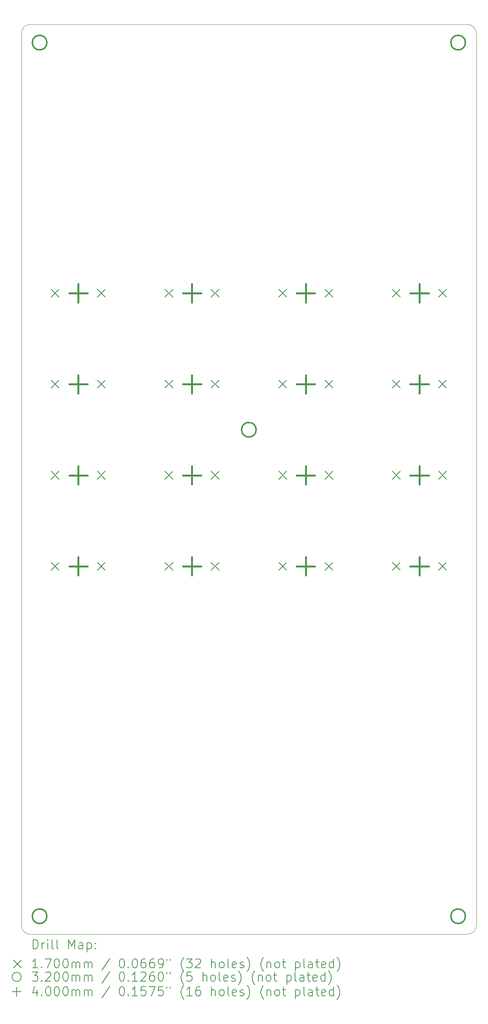
<source format=gbr>
%TF.GenerationSoftware,KiCad,Pcbnew,7.0.10*%
%TF.CreationDate,2024-11-07T19:02:35+09:00*%
%TF.ProjectId,Flight_Master,466c6967-6874-45f4-9d61-737465722e6b,rev?*%
%TF.SameCoordinates,Original*%
%TF.FileFunction,Drillmap*%
%TF.FilePolarity,Positive*%
%FSLAX45Y45*%
G04 Gerber Fmt 4.5, Leading zero omitted, Abs format (unit mm)*
G04 Created by KiCad (PCBNEW 7.0.10) date 2024-11-07 19:02:35*
%MOMM*%
%LPD*%
G01*
G04 APERTURE LIST*
%ADD10C,0.100000*%
%ADD11C,0.200000*%
%ADD12C,0.170000*%
%ADD13C,0.320000*%
%ADD14C,0.400000*%
G04 APERTURE END LIST*
D10*
X3900000Y21350000D02*
X13500000Y21350000D01*
X3900000Y21350000D02*
G75*
G03*
X3700000Y21150000I0J-200000D01*
G01*
X3700000Y1550000D02*
X3700000Y21150000D01*
X13700000Y21150000D02*
X13700000Y1550000D01*
X13500000Y1350000D02*
X3900000Y1350000D01*
X13500000Y1350000D02*
G75*
G03*
X13700000Y1550000I0J200000D01*
G01*
X13700000Y21150000D02*
G75*
G03*
X13500000Y21350000I-200000J0D01*
G01*
X3700000Y1550000D02*
G75*
G03*
X3900000Y1350000I200000J0D01*
G01*
D11*
D12*
X4357000Y15527000D02*
X4527000Y15357000D01*
X4527000Y15527000D02*
X4357000Y15357000D01*
X4357000Y13527000D02*
X4527000Y13357000D01*
X4527000Y13527000D02*
X4357000Y13357000D01*
X4357000Y11527000D02*
X4527000Y11357000D01*
X4527000Y11527000D02*
X4357000Y11357000D01*
X4357000Y9527000D02*
X4527000Y9357000D01*
X4527000Y9527000D02*
X4357000Y9357000D01*
X5373000Y15527000D02*
X5543000Y15357000D01*
X5543000Y15527000D02*
X5373000Y15357000D01*
X5373000Y13527000D02*
X5543000Y13357000D01*
X5543000Y13527000D02*
X5373000Y13357000D01*
X5373000Y11527000D02*
X5543000Y11357000D01*
X5543000Y11527000D02*
X5373000Y11357000D01*
X5373000Y9527000D02*
X5543000Y9357000D01*
X5543000Y9527000D02*
X5373000Y9357000D01*
X6857000Y15527000D02*
X7027000Y15357000D01*
X7027000Y15527000D02*
X6857000Y15357000D01*
X6857000Y13527000D02*
X7027000Y13357000D01*
X7027000Y13527000D02*
X6857000Y13357000D01*
X6857000Y11527000D02*
X7027000Y11357000D01*
X7027000Y11527000D02*
X6857000Y11357000D01*
X6857000Y9527000D02*
X7027000Y9357000D01*
X7027000Y9527000D02*
X6857000Y9357000D01*
X7873000Y15527000D02*
X8043000Y15357000D01*
X8043000Y15527000D02*
X7873000Y15357000D01*
X7873000Y13527000D02*
X8043000Y13357000D01*
X8043000Y13527000D02*
X7873000Y13357000D01*
X7873000Y11527000D02*
X8043000Y11357000D01*
X8043000Y11527000D02*
X7873000Y11357000D01*
X7873000Y9527000D02*
X8043000Y9357000D01*
X8043000Y9527000D02*
X7873000Y9357000D01*
X9357000Y15527000D02*
X9527000Y15357000D01*
X9527000Y15527000D02*
X9357000Y15357000D01*
X9357000Y13527000D02*
X9527000Y13357000D01*
X9527000Y13527000D02*
X9357000Y13357000D01*
X9357000Y11527000D02*
X9527000Y11357000D01*
X9527000Y11527000D02*
X9357000Y11357000D01*
X9357000Y9527000D02*
X9527000Y9357000D01*
X9527000Y9527000D02*
X9357000Y9357000D01*
X10373000Y15527000D02*
X10543000Y15357000D01*
X10543000Y15527000D02*
X10373000Y15357000D01*
X10373000Y13527000D02*
X10543000Y13357000D01*
X10543000Y13527000D02*
X10373000Y13357000D01*
X10373000Y11527000D02*
X10543000Y11357000D01*
X10543000Y11527000D02*
X10373000Y11357000D01*
X10373000Y9527000D02*
X10543000Y9357000D01*
X10543000Y9527000D02*
X10373000Y9357000D01*
X11857000Y15527000D02*
X12027000Y15357000D01*
X12027000Y15527000D02*
X11857000Y15357000D01*
X11857000Y13527000D02*
X12027000Y13357000D01*
X12027000Y13527000D02*
X11857000Y13357000D01*
X11857000Y11527000D02*
X12027000Y11357000D01*
X12027000Y11527000D02*
X11857000Y11357000D01*
X11857000Y9527000D02*
X12027000Y9357000D01*
X12027000Y9527000D02*
X11857000Y9357000D01*
X12873000Y15527000D02*
X13043000Y15357000D01*
X13043000Y15527000D02*
X12873000Y15357000D01*
X12873000Y13527000D02*
X13043000Y13357000D01*
X13043000Y13527000D02*
X12873000Y13357000D01*
X12873000Y11527000D02*
X13043000Y11357000D01*
X13043000Y11527000D02*
X12873000Y11357000D01*
X12873000Y9527000D02*
X13043000Y9357000D01*
X13043000Y9527000D02*
X12873000Y9357000D01*
D13*
X4260000Y20949559D02*
G75*
G03*
X3940000Y20949559I-160000J0D01*
G01*
X3940000Y20949559D02*
G75*
G03*
X4260000Y20949559I160000J0D01*
G01*
X4260000Y1750000D02*
G75*
G03*
X3940000Y1750000I-160000J0D01*
G01*
X3940000Y1750000D02*
G75*
G03*
X4260000Y1750000I160000J0D01*
G01*
X8860000Y12442000D02*
G75*
G03*
X8540000Y12442000I-160000J0D01*
G01*
X8540000Y12442000D02*
G75*
G03*
X8860000Y12442000I160000J0D01*
G01*
X13460000Y20949559D02*
G75*
G03*
X13140000Y20949559I-160000J0D01*
G01*
X13140000Y20949559D02*
G75*
G03*
X13460000Y20949559I160000J0D01*
G01*
X13460000Y1750000D02*
G75*
G03*
X13140000Y1750000I-160000J0D01*
G01*
X13140000Y1750000D02*
G75*
G03*
X13460000Y1750000I160000J0D01*
G01*
D14*
X4950000Y15642000D02*
X4950000Y15242000D01*
X4750000Y15442000D02*
X5150000Y15442000D01*
X4950000Y13642000D02*
X4950000Y13242000D01*
X4750000Y13442000D02*
X5150000Y13442000D01*
X4950000Y11642000D02*
X4950000Y11242000D01*
X4750000Y11442000D02*
X5150000Y11442000D01*
X4950000Y9642000D02*
X4950000Y9242000D01*
X4750000Y9442000D02*
X5150000Y9442000D01*
X7450000Y15642000D02*
X7450000Y15242000D01*
X7250000Y15442000D02*
X7650000Y15442000D01*
X7450000Y13642000D02*
X7450000Y13242000D01*
X7250000Y13442000D02*
X7650000Y13442000D01*
X7450000Y11642000D02*
X7450000Y11242000D01*
X7250000Y11442000D02*
X7650000Y11442000D01*
X7450000Y9642000D02*
X7450000Y9242000D01*
X7250000Y9442000D02*
X7650000Y9442000D01*
X9950000Y15642000D02*
X9950000Y15242000D01*
X9750000Y15442000D02*
X10150000Y15442000D01*
X9950000Y13642000D02*
X9950000Y13242000D01*
X9750000Y13442000D02*
X10150000Y13442000D01*
X9950000Y11642000D02*
X9950000Y11242000D01*
X9750000Y11442000D02*
X10150000Y11442000D01*
X9950000Y9642000D02*
X9950000Y9242000D01*
X9750000Y9442000D02*
X10150000Y9442000D01*
X12450000Y15642000D02*
X12450000Y15242000D01*
X12250000Y15442000D02*
X12650000Y15442000D01*
X12450000Y13642000D02*
X12450000Y13242000D01*
X12250000Y13442000D02*
X12650000Y13442000D01*
X12450000Y11642000D02*
X12450000Y11242000D01*
X12250000Y11442000D02*
X12650000Y11442000D01*
X12450000Y9642000D02*
X12450000Y9242000D01*
X12250000Y9442000D02*
X12650000Y9442000D01*
D11*
X3955777Y1033516D02*
X3955777Y1233516D01*
X3955777Y1233516D02*
X4003396Y1233516D01*
X4003396Y1233516D02*
X4031967Y1223992D01*
X4031967Y1223992D02*
X4051015Y1204945D01*
X4051015Y1204945D02*
X4060539Y1185897D01*
X4060539Y1185897D02*
X4070062Y1147802D01*
X4070062Y1147802D02*
X4070062Y1119230D01*
X4070062Y1119230D02*
X4060539Y1081135D01*
X4060539Y1081135D02*
X4051015Y1062088D01*
X4051015Y1062088D02*
X4031967Y1043040D01*
X4031967Y1043040D02*
X4003396Y1033516D01*
X4003396Y1033516D02*
X3955777Y1033516D01*
X4155777Y1033516D02*
X4155777Y1166850D01*
X4155777Y1128754D02*
X4165301Y1147802D01*
X4165301Y1147802D02*
X4174824Y1157326D01*
X4174824Y1157326D02*
X4193872Y1166850D01*
X4193872Y1166850D02*
X4212920Y1166850D01*
X4279586Y1033516D02*
X4279586Y1166850D01*
X4279586Y1233516D02*
X4270063Y1223992D01*
X4270063Y1223992D02*
X4279586Y1214469D01*
X4279586Y1214469D02*
X4289110Y1223992D01*
X4289110Y1223992D02*
X4279586Y1233516D01*
X4279586Y1233516D02*
X4279586Y1214469D01*
X4403396Y1033516D02*
X4384348Y1043040D01*
X4384348Y1043040D02*
X4374824Y1062088D01*
X4374824Y1062088D02*
X4374824Y1233516D01*
X4508158Y1033516D02*
X4489110Y1043040D01*
X4489110Y1043040D02*
X4479586Y1062088D01*
X4479586Y1062088D02*
X4479586Y1233516D01*
X4736729Y1033516D02*
X4736729Y1233516D01*
X4736729Y1233516D02*
X4803396Y1090659D01*
X4803396Y1090659D02*
X4870063Y1233516D01*
X4870063Y1233516D02*
X4870063Y1033516D01*
X5051015Y1033516D02*
X5051015Y1138278D01*
X5051015Y1138278D02*
X5041491Y1157326D01*
X5041491Y1157326D02*
X5022444Y1166850D01*
X5022444Y1166850D02*
X4984348Y1166850D01*
X4984348Y1166850D02*
X4965301Y1157326D01*
X5051015Y1043040D02*
X5031967Y1033516D01*
X5031967Y1033516D02*
X4984348Y1033516D01*
X4984348Y1033516D02*
X4965301Y1043040D01*
X4965301Y1043040D02*
X4955777Y1062088D01*
X4955777Y1062088D02*
X4955777Y1081135D01*
X4955777Y1081135D02*
X4965301Y1100183D01*
X4965301Y1100183D02*
X4984348Y1109707D01*
X4984348Y1109707D02*
X5031967Y1109707D01*
X5031967Y1109707D02*
X5051015Y1119230D01*
X5146253Y1166850D02*
X5146253Y966849D01*
X5146253Y1157326D02*
X5165301Y1166850D01*
X5165301Y1166850D02*
X5203396Y1166850D01*
X5203396Y1166850D02*
X5222444Y1157326D01*
X5222444Y1157326D02*
X5231967Y1147802D01*
X5231967Y1147802D02*
X5241491Y1128754D01*
X5241491Y1128754D02*
X5241491Y1071611D01*
X5241491Y1071611D02*
X5231967Y1052564D01*
X5231967Y1052564D02*
X5222444Y1043040D01*
X5222444Y1043040D02*
X5203396Y1033516D01*
X5203396Y1033516D02*
X5165301Y1033516D01*
X5165301Y1033516D02*
X5146253Y1043040D01*
X5327205Y1052564D02*
X5336729Y1043040D01*
X5336729Y1043040D02*
X5327205Y1033516D01*
X5327205Y1033516D02*
X5317682Y1043040D01*
X5317682Y1043040D02*
X5327205Y1052564D01*
X5327205Y1052564D02*
X5327205Y1033516D01*
X5327205Y1157326D02*
X5336729Y1147802D01*
X5336729Y1147802D02*
X5327205Y1138278D01*
X5327205Y1138278D02*
X5317682Y1147802D01*
X5317682Y1147802D02*
X5327205Y1157326D01*
X5327205Y1157326D02*
X5327205Y1138278D01*
D12*
X3525000Y790000D02*
X3695000Y620000D01*
X3695000Y790000D02*
X3525000Y620000D01*
D11*
X4060539Y613516D02*
X3946253Y613516D01*
X4003396Y613516D02*
X4003396Y813516D01*
X4003396Y813516D02*
X3984348Y784945D01*
X3984348Y784945D02*
X3965301Y765897D01*
X3965301Y765897D02*
X3946253Y756373D01*
X4146253Y632564D02*
X4155777Y623040D01*
X4155777Y623040D02*
X4146253Y613516D01*
X4146253Y613516D02*
X4136729Y623040D01*
X4136729Y623040D02*
X4146253Y632564D01*
X4146253Y632564D02*
X4146253Y613516D01*
X4222444Y813516D02*
X4355777Y813516D01*
X4355777Y813516D02*
X4270063Y613516D01*
X4470063Y813516D02*
X4489110Y813516D01*
X4489110Y813516D02*
X4508158Y803992D01*
X4508158Y803992D02*
X4517682Y794468D01*
X4517682Y794468D02*
X4527205Y775421D01*
X4527205Y775421D02*
X4536729Y737326D01*
X4536729Y737326D02*
X4536729Y689707D01*
X4536729Y689707D02*
X4527205Y651611D01*
X4527205Y651611D02*
X4517682Y632564D01*
X4517682Y632564D02*
X4508158Y623040D01*
X4508158Y623040D02*
X4489110Y613516D01*
X4489110Y613516D02*
X4470063Y613516D01*
X4470063Y613516D02*
X4451015Y623040D01*
X4451015Y623040D02*
X4441491Y632564D01*
X4441491Y632564D02*
X4431967Y651611D01*
X4431967Y651611D02*
X4422444Y689707D01*
X4422444Y689707D02*
X4422444Y737326D01*
X4422444Y737326D02*
X4431967Y775421D01*
X4431967Y775421D02*
X4441491Y794468D01*
X4441491Y794468D02*
X4451015Y803992D01*
X4451015Y803992D02*
X4470063Y813516D01*
X4660539Y813516D02*
X4679586Y813516D01*
X4679586Y813516D02*
X4698634Y803992D01*
X4698634Y803992D02*
X4708158Y794468D01*
X4708158Y794468D02*
X4717682Y775421D01*
X4717682Y775421D02*
X4727205Y737326D01*
X4727205Y737326D02*
X4727205Y689707D01*
X4727205Y689707D02*
X4717682Y651611D01*
X4717682Y651611D02*
X4708158Y632564D01*
X4708158Y632564D02*
X4698634Y623040D01*
X4698634Y623040D02*
X4679586Y613516D01*
X4679586Y613516D02*
X4660539Y613516D01*
X4660539Y613516D02*
X4641491Y623040D01*
X4641491Y623040D02*
X4631967Y632564D01*
X4631967Y632564D02*
X4622444Y651611D01*
X4622444Y651611D02*
X4612920Y689707D01*
X4612920Y689707D02*
X4612920Y737326D01*
X4612920Y737326D02*
X4622444Y775421D01*
X4622444Y775421D02*
X4631967Y794468D01*
X4631967Y794468D02*
X4641491Y803992D01*
X4641491Y803992D02*
X4660539Y813516D01*
X4812920Y613516D02*
X4812920Y746849D01*
X4812920Y727802D02*
X4822444Y737326D01*
X4822444Y737326D02*
X4841491Y746849D01*
X4841491Y746849D02*
X4870063Y746849D01*
X4870063Y746849D02*
X4889110Y737326D01*
X4889110Y737326D02*
X4898634Y718278D01*
X4898634Y718278D02*
X4898634Y613516D01*
X4898634Y718278D02*
X4908158Y737326D01*
X4908158Y737326D02*
X4927205Y746849D01*
X4927205Y746849D02*
X4955777Y746849D01*
X4955777Y746849D02*
X4974825Y737326D01*
X4974825Y737326D02*
X4984348Y718278D01*
X4984348Y718278D02*
X4984348Y613516D01*
X5079586Y613516D02*
X5079586Y746849D01*
X5079586Y727802D02*
X5089110Y737326D01*
X5089110Y737326D02*
X5108158Y746849D01*
X5108158Y746849D02*
X5136729Y746849D01*
X5136729Y746849D02*
X5155777Y737326D01*
X5155777Y737326D02*
X5165301Y718278D01*
X5165301Y718278D02*
X5165301Y613516D01*
X5165301Y718278D02*
X5174825Y737326D01*
X5174825Y737326D02*
X5193872Y746849D01*
X5193872Y746849D02*
X5222444Y746849D01*
X5222444Y746849D02*
X5241491Y737326D01*
X5241491Y737326D02*
X5251015Y718278D01*
X5251015Y718278D02*
X5251015Y613516D01*
X5641491Y823040D02*
X5470063Y565897D01*
X5898634Y813516D02*
X5917682Y813516D01*
X5917682Y813516D02*
X5936729Y803992D01*
X5936729Y803992D02*
X5946253Y794468D01*
X5946253Y794468D02*
X5955777Y775421D01*
X5955777Y775421D02*
X5965301Y737326D01*
X5965301Y737326D02*
X5965301Y689707D01*
X5965301Y689707D02*
X5955777Y651611D01*
X5955777Y651611D02*
X5946253Y632564D01*
X5946253Y632564D02*
X5936729Y623040D01*
X5936729Y623040D02*
X5917682Y613516D01*
X5917682Y613516D02*
X5898634Y613516D01*
X5898634Y613516D02*
X5879586Y623040D01*
X5879586Y623040D02*
X5870063Y632564D01*
X5870063Y632564D02*
X5860539Y651611D01*
X5860539Y651611D02*
X5851015Y689707D01*
X5851015Y689707D02*
X5851015Y737326D01*
X5851015Y737326D02*
X5860539Y775421D01*
X5860539Y775421D02*
X5870063Y794468D01*
X5870063Y794468D02*
X5879586Y803992D01*
X5879586Y803992D02*
X5898634Y813516D01*
X6051015Y632564D02*
X6060539Y623040D01*
X6060539Y623040D02*
X6051015Y613516D01*
X6051015Y613516D02*
X6041491Y623040D01*
X6041491Y623040D02*
X6051015Y632564D01*
X6051015Y632564D02*
X6051015Y613516D01*
X6184348Y813516D02*
X6203396Y813516D01*
X6203396Y813516D02*
X6222444Y803992D01*
X6222444Y803992D02*
X6231967Y794468D01*
X6231967Y794468D02*
X6241491Y775421D01*
X6241491Y775421D02*
X6251015Y737326D01*
X6251015Y737326D02*
X6251015Y689707D01*
X6251015Y689707D02*
X6241491Y651611D01*
X6241491Y651611D02*
X6231967Y632564D01*
X6231967Y632564D02*
X6222444Y623040D01*
X6222444Y623040D02*
X6203396Y613516D01*
X6203396Y613516D02*
X6184348Y613516D01*
X6184348Y613516D02*
X6165301Y623040D01*
X6165301Y623040D02*
X6155777Y632564D01*
X6155777Y632564D02*
X6146253Y651611D01*
X6146253Y651611D02*
X6136729Y689707D01*
X6136729Y689707D02*
X6136729Y737326D01*
X6136729Y737326D02*
X6146253Y775421D01*
X6146253Y775421D02*
X6155777Y794468D01*
X6155777Y794468D02*
X6165301Y803992D01*
X6165301Y803992D02*
X6184348Y813516D01*
X6422444Y813516D02*
X6384348Y813516D01*
X6384348Y813516D02*
X6365301Y803992D01*
X6365301Y803992D02*
X6355777Y794468D01*
X6355777Y794468D02*
X6336729Y765897D01*
X6336729Y765897D02*
X6327206Y727802D01*
X6327206Y727802D02*
X6327206Y651611D01*
X6327206Y651611D02*
X6336729Y632564D01*
X6336729Y632564D02*
X6346253Y623040D01*
X6346253Y623040D02*
X6365301Y613516D01*
X6365301Y613516D02*
X6403396Y613516D01*
X6403396Y613516D02*
X6422444Y623040D01*
X6422444Y623040D02*
X6431967Y632564D01*
X6431967Y632564D02*
X6441491Y651611D01*
X6441491Y651611D02*
X6441491Y699230D01*
X6441491Y699230D02*
X6431967Y718278D01*
X6431967Y718278D02*
X6422444Y727802D01*
X6422444Y727802D02*
X6403396Y737326D01*
X6403396Y737326D02*
X6365301Y737326D01*
X6365301Y737326D02*
X6346253Y727802D01*
X6346253Y727802D02*
X6336729Y718278D01*
X6336729Y718278D02*
X6327206Y699230D01*
X6612920Y813516D02*
X6574825Y813516D01*
X6574825Y813516D02*
X6555777Y803992D01*
X6555777Y803992D02*
X6546253Y794468D01*
X6546253Y794468D02*
X6527206Y765897D01*
X6527206Y765897D02*
X6517682Y727802D01*
X6517682Y727802D02*
X6517682Y651611D01*
X6517682Y651611D02*
X6527206Y632564D01*
X6527206Y632564D02*
X6536729Y623040D01*
X6536729Y623040D02*
X6555777Y613516D01*
X6555777Y613516D02*
X6593872Y613516D01*
X6593872Y613516D02*
X6612920Y623040D01*
X6612920Y623040D02*
X6622444Y632564D01*
X6622444Y632564D02*
X6631967Y651611D01*
X6631967Y651611D02*
X6631967Y699230D01*
X6631967Y699230D02*
X6622444Y718278D01*
X6622444Y718278D02*
X6612920Y727802D01*
X6612920Y727802D02*
X6593872Y737326D01*
X6593872Y737326D02*
X6555777Y737326D01*
X6555777Y737326D02*
X6536729Y727802D01*
X6536729Y727802D02*
X6527206Y718278D01*
X6527206Y718278D02*
X6517682Y699230D01*
X6727206Y613516D02*
X6765301Y613516D01*
X6765301Y613516D02*
X6784348Y623040D01*
X6784348Y623040D02*
X6793872Y632564D01*
X6793872Y632564D02*
X6812920Y661135D01*
X6812920Y661135D02*
X6822444Y699230D01*
X6822444Y699230D02*
X6822444Y775421D01*
X6822444Y775421D02*
X6812920Y794468D01*
X6812920Y794468D02*
X6803396Y803992D01*
X6803396Y803992D02*
X6784348Y813516D01*
X6784348Y813516D02*
X6746253Y813516D01*
X6746253Y813516D02*
X6727206Y803992D01*
X6727206Y803992D02*
X6717682Y794468D01*
X6717682Y794468D02*
X6708158Y775421D01*
X6708158Y775421D02*
X6708158Y727802D01*
X6708158Y727802D02*
X6717682Y708754D01*
X6717682Y708754D02*
X6727206Y699230D01*
X6727206Y699230D02*
X6746253Y689707D01*
X6746253Y689707D02*
X6784348Y689707D01*
X6784348Y689707D02*
X6803396Y699230D01*
X6803396Y699230D02*
X6812920Y708754D01*
X6812920Y708754D02*
X6822444Y727802D01*
X6898634Y813516D02*
X6898634Y775421D01*
X6974825Y813516D02*
X6974825Y775421D01*
X7270063Y537326D02*
X7260539Y546850D01*
X7260539Y546850D02*
X7241491Y575421D01*
X7241491Y575421D02*
X7231968Y594469D01*
X7231968Y594469D02*
X7222444Y623040D01*
X7222444Y623040D02*
X7212920Y670659D01*
X7212920Y670659D02*
X7212920Y708754D01*
X7212920Y708754D02*
X7222444Y756373D01*
X7222444Y756373D02*
X7231968Y784945D01*
X7231968Y784945D02*
X7241491Y803992D01*
X7241491Y803992D02*
X7260539Y832564D01*
X7260539Y832564D02*
X7270063Y842088D01*
X7327206Y813516D02*
X7451015Y813516D01*
X7451015Y813516D02*
X7384348Y737326D01*
X7384348Y737326D02*
X7412920Y737326D01*
X7412920Y737326D02*
X7431968Y727802D01*
X7431968Y727802D02*
X7441491Y718278D01*
X7441491Y718278D02*
X7451015Y699230D01*
X7451015Y699230D02*
X7451015Y651611D01*
X7451015Y651611D02*
X7441491Y632564D01*
X7441491Y632564D02*
X7431968Y623040D01*
X7431968Y623040D02*
X7412920Y613516D01*
X7412920Y613516D02*
X7355777Y613516D01*
X7355777Y613516D02*
X7336729Y623040D01*
X7336729Y623040D02*
X7327206Y632564D01*
X7527206Y794468D02*
X7536729Y803992D01*
X7536729Y803992D02*
X7555777Y813516D01*
X7555777Y813516D02*
X7603396Y813516D01*
X7603396Y813516D02*
X7622444Y803992D01*
X7622444Y803992D02*
X7631968Y794468D01*
X7631968Y794468D02*
X7641491Y775421D01*
X7641491Y775421D02*
X7641491Y756373D01*
X7641491Y756373D02*
X7631968Y727802D01*
X7631968Y727802D02*
X7517682Y613516D01*
X7517682Y613516D02*
X7641491Y613516D01*
X7879587Y613516D02*
X7879587Y813516D01*
X7965301Y613516D02*
X7965301Y718278D01*
X7965301Y718278D02*
X7955777Y737326D01*
X7955777Y737326D02*
X7936730Y746849D01*
X7936730Y746849D02*
X7908158Y746849D01*
X7908158Y746849D02*
X7889110Y737326D01*
X7889110Y737326D02*
X7879587Y727802D01*
X8089110Y613516D02*
X8070063Y623040D01*
X8070063Y623040D02*
X8060539Y632564D01*
X8060539Y632564D02*
X8051015Y651611D01*
X8051015Y651611D02*
X8051015Y708754D01*
X8051015Y708754D02*
X8060539Y727802D01*
X8060539Y727802D02*
X8070063Y737326D01*
X8070063Y737326D02*
X8089110Y746849D01*
X8089110Y746849D02*
X8117682Y746849D01*
X8117682Y746849D02*
X8136730Y737326D01*
X8136730Y737326D02*
X8146253Y727802D01*
X8146253Y727802D02*
X8155777Y708754D01*
X8155777Y708754D02*
X8155777Y651611D01*
X8155777Y651611D02*
X8146253Y632564D01*
X8146253Y632564D02*
X8136730Y623040D01*
X8136730Y623040D02*
X8117682Y613516D01*
X8117682Y613516D02*
X8089110Y613516D01*
X8270063Y613516D02*
X8251015Y623040D01*
X8251015Y623040D02*
X8241491Y642088D01*
X8241491Y642088D02*
X8241491Y813516D01*
X8422444Y623040D02*
X8403396Y613516D01*
X8403396Y613516D02*
X8365301Y613516D01*
X8365301Y613516D02*
X8346253Y623040D01*
X8346253Y623040D02*
X8336730Y642088D01*
X8336730Y642088D02*
X8336730Y718278D01*
X8336730Y718278D02*
X8346253Y737326D01*
X8346253Y737326D02*
X8365301Y746849D01*
X8365301Y746849D02*
X8403396Y746849D01*
X8403396Y746849D02*
X8422444Y737326D01*
X8422444Y737326D02*
X8431968Y718278D01*
X8431968Y718278D02*
X8431968Y699230D01*
X8431968Y699230D02*
X8336730Y680183D01*
X8508158Y623040D02*
X8527206Y613516D01*
X8527206Y613516D02*
X8565301Y613516D01*
X8565301Y613516D02*
X8584349Y623040D01*
X8584349Y623040D02*
X8593873Y642088D01*
X8593873Y642088D02*
X8593873Y651611D01*
X8593873Y651611D02*
X8584349Y670659D01*
X8584349Y670659D02*
X8565301Y680183D01*
X8565301Y680183D02*
X8536730Y680183D01*
X8536730Y680183D02*
X8517682Y689707D01*
X8517682Y689707D02*
X8508158Y708754D01*
X8508158Y708754D02*
X8508158Y718278D01*
X8508158Y718278D02*
X8517682Y737326D01*
X8517682Y737326D02*
X8536730Y746849D01*
X8536730Y746849D02*
X8565301Y746849D01*
X8565301Y746849D02*
X8584349Y737326D01*
X8660539Y537326D02*
X8670063Y546850D01*
X8670063Y546850D02*
X8689111Y575421D01*
X8689111Y575421D02*
X8698634Y594469D01*
X8698634Y594469D02*
X8708158Y623040D01*
X8708158Y623040D02*
X8717682Y670659D01*
X8717682Y670659D02*
X8717682Y708754D01*
X8717682Y708754D02*
X8708158Y756373D01*
X8708158Y756373D02*
X8698634Y784945D01*
X8698634Y784945D02*
X8689111Y803992D01*
X8689111Y803992D02*
X8670063Y832564D01*
X8670063Y832564D02*
X8660539Y842088D01*
X9022444Y537326D02*
X9012920Y546850D01*
X9012920Y546850D02*
X8993873Y575421D01*
X8993873Y575421D02*
X8984349Y594469D01*
X8984349Y594469D02*
X8974825Y623040D01*
X8974825Y623040D02*
X8965301Y670659D01*
X8965301Y670659D02*
X8965301Y708754D01*
X8965301Y708754D02*
X8974825Y756373D01*
X8974825Y756373D02*
X8984349Y784945D01*
X8984349Y784945D02*
X8993873Y803992D01*
X8993873Y803992D02*
X9012920Y832564D01*
X9012920Y832564D02*
X9022444Y842088D01*
X9098634Y746849D02*
X9098634Y613516D01*
X9098634Y727802D02*
X9108158Y737326D01*
X9108158Y737326D02*
X9127206Y746849D01*
X9127206Y746849D02*
X9155777Y746849D01*
X9155777Y746849D02*
X9174825Y737326D01*
X9174825Y737326D02*
X9184349Y718278D01*
X9184349Y718278D02*
X9184349Y613516D01*
X9308158Y613516D02*
X9289111Y623040D01*
X9289111Y623040D02*
X9279587Y632564D01*
X9279587Y632564D02*
X9270063Y651611D01*
X9270063Y651611D02*
X9270063Y708754D01*
X9270063Y708754D02*
X9279587Y727802D01*
X9279587Y727802D02*
X9289111Y737326D01*
X9289111Y737326D02*
X9308158Y746849D01*
X9308158Y746849D02*
X9336730Y746849D01*
X9336730Y746849D02*
X9355777Y737326D01*
X9355777Y737326D02*
X9365301Y727802D01*
X9365301Y727802D02*
X9374825Y708754D01*
X9374825Y708754D02*
X9374825Y651611D01*
X9374825Y651611D02*
X9365301Y632564D01*
X9365301Y632564D02*
X9355777Y623040D01*
X9355777Y623040D02*
X9336730Y613516D01*
X9336730Y613516D02*
X9308158Y613516D01*
X9431968Y746849D02*
X9508158Y746849D01*
X9460539Y813516D02*
X9460539Y642088D01*
X9460539Y642088D02*
X9470063Y623040D01*
X9470063Y623040D02*
X9489111Y613516D01*
X9489111Y613516D02*
X9508158Y613516D01*
X9727206Y746849D02*
X9727206Y546850D01*
X9727206Y737326D02*
X9746254Y746849D01*
X9746254Y746849D02*
X9784349Y746849D01*
X9784349Y746849D02*
X9803396Y737326D01*
X9803396Y737326D02*
X9812920Y727802D01*
X9812920Y727802D02*
X9822444Y708754D01*
X9822444Y708754D02*
X9822444Y651611D01*
X9822444Y651611D02*
X9812920Y632564D01*
X9812920Y632564D02*
X9803396Y623040D01*
X9803396Y623040D02*
X9784349Y613516D01*
X9784349Y613516D02*
X9746254Y613516D01*
X9746254Y613516D02*
X9727206Y623040D01*
X9936730Y613516D02*
X9917682Y623040D01*
X9917682Y623040D02*
X9908158Y642088D01*
X9908158Y642088D02*
X9908158Y813516D01*
X10098635Y613516D02*
X10098635Y718278D01*
X10098635Y718278D02*
X10089111Y737326D01*
X10089111Y737326D02*
X10070063Y746849D01*
X10070063Y746849D02*
X10031968Y746849D01*
X10031968Y746849D02*
X10012920Y737326D01*
X10098635Y623040D02*
X10079587Y613516D01*
X10079587Y613516D02*
X10031968Y613516D01*
X10031968Y613516D02*
X10012920Y623040D01*
X10012920Y623040D02*
X10003396Y642088D01*
X10003396Y642088D02*
X10003396Y661135D01*
X10003396Y661135D02*
X10012920Y680183D01*
X10012920Y680183D02*
X10031968Y689707D01*
X10031968Y689707D02*
X10079587Y689707D01*
X10079587Y689707D02*
X10098635Y699230D01*
X10165301Y746849D02*
X10241492Y746849D01*
X10193873Y813516D02*
X10193873Y642088D01*
X10193873Y642088D02*
X10203396Y623040D01*
X10203396Y623040D02*
X10222444Y613516D01*
X10222444Y613516D02*
X10241492Y613516D01*
X10384349Y623040D02*
X10365301Y613516D01*
X10365301Y613516D02*
X10327206Y613516D01*
X10327206Y613516D02*
X10308158Y623040D01*
X10308158Y623040D02*
X10298635Y642088D01*
X10298635Y642088D02*
X10298635Y718278D01*
X10298635Y718278D02*
X10308158Y737326D01*
X10308158Y737326D02*
X10327206Y746849D01*
X10327206Y746849D02*
X10365301Y746849D01*
X10365301Y746849D02*
X10384349Y737326D01*
X10384349Y737326D02*
X10393873Y718278D01*
X10393873Y718278D02*
X10393873Y699230D01*
X10393873Y699230D02*
X10298635Y680183D01*
X10565301Y613516D02*
X10565301Y813516D01*
X10565301Y623040D02*
X10546254Y613516D01*
X10546254Y613516D02*
X10508158Y613516D01*
X10508158Y613516D02*
X10489111Y623040D01*
X10489111Y623040D02*
X10479587Y632564D01*
X10479587Y632564D02*
X10470063Y651611D01*
X10470063Y651611D02*
X10470063Y708754D01*
X10470063Y708754D02*
X10479587Y727802D01*
X10479587Y727802D02*
X10489111Y737326D01*
X10489111Y737326D02*
X10508158Y746849D01*
X10508158Y746849D02*
X10546254Y746849D01*
X10546254Y746849D02*
X10565301Y737326D01*
X10641492Y537326D02*
X10651016Y546850D01*
X10651016Y546850D02*
X10670063Y575421D01*
X10670063Y575421D02*
X10679587Y594469D01*
X10679587Y594469D02*
X10689111Y623040D01*
X10689111Y623040D02*
X10698635Y670659D01*
X10698635Y670659D02*
X10698635Y708754D01*
X10698635Y708754D02*
X10689111Y756373D01*
X10689111Y756373D02*
X10679587Y784945D01*
X10679587Y784945D02*
X10670063Y803992D01*
X10670063Y803992D02*
X10651016Y832564D01*
X10651016Y832564D02*
X10641492Y842088D01*
X3695000Y415000D02*
G75*
G03*
X3495000Y415000I-100000J0D01*
G01*
X3495000Y415000D02*
G75*
G03*
X3695000Y415000I100000J0D01*
G01*
X3936729Y523516D02*
X4060539Y523516D01*
X4060539Y523516D02*
X3993872Y447326D01*
X3993872Y447326D02*
X4022443Y447326D01*
X4022443Y447326D02*
X4041491Y437802D01*
X4041491Y437802D02*
X4051015Y428278D01*
X4051015Y428278D02*
X4060539Y409230D01*
X4060539Y409230D02*
X4060539Y361611D01*
X4060539Y361611D02*
X4051015Y342564D01*
X4051015Y342564D02*
X4041491Y333040D01*
X4041491Y333040D02*
X4022443Y323516D01*
X4022443Y323516D02*
X3965301Y323516D01*
X3965301Y323516D02*
X3946253Y333040D01*
X3946253Y333040D02*
X3936729Y342564D01*
X4146253Y342564D02*
X4155777Y333040D01*
X4155777Y333040D02*
X4146253Y323516D01*
X4146253Y323516D02*
X4136729Y333040D01*
X4136729Y333040D02*
X4146253Y342564D01*
X4146253Y342564D02*
X4146253Y323516D01*
X4231967Y504468D02*
X4241491Y513992D01*
X4241491Y513992D02*
X4260539Y523516D01*
X4260539Y523516D02*
X4308158Y523516D01*
X4308158Y523516D02*
X4327205Y513992D01*
X4327205Y513992D02*
X4336729Y504468D01*
X4336729Y504468D02*
X4346253Y485421D01*
X4346253Y485421D02*
X4346253Y466373D01*
X4346253Y466373D02*
X4336729Y437802D01*
X4336729Y437802D02*
X4222444Y323516D01*
X4222444Y323516D02*
X4346253Y323516D01*
X4470063Y523516D02*
X4489110Y523516D01*
X4489110Y523516D02*
X4508158Y513992D01*
X4508158Y513992D02*
X4517682Y504468D01*
X4517682Y504468D02*
X4527205Y485421D01*
X4527205Y485421D02*
X4536729Y447326D01*
X4536729Y447326D02*
X4536729Y399707D01*
X4536729Y399707D02*
X4527205Y361611D01*
X4527205Y361611D02*
X4517682Y342564D01*
X4517682Y342564D02*
X4508158Y333040D01*
X4508158Y333040D02*
X4489110Y323516D01*
X4489110Y323516D02*
X4470063Y323516D01*
X4470063Y323516D02*
X4451015Y333040D01*
X4451015Y333040D02*
X4441491Y342564D01*
X4441491Y342564D02*
X4431967Y361611D01*
X4431967Y361611D02*
X4422444Y399707D01*
X4422444Y399707D02*
X4422444Y447326D01*
X4422444Y447326D02*
X4431967Y485421D01*
X4431967Y485421D02*
X4441491Y504468D01*
X4441491Y504468D02*
X4451015Y513992D01*
X4451015Y513992D02*
X4470063Y523516D01*
X4660539Y523516D02*
X4679586Y523516D01*
X4679586Y523516D02*
X4698634Y513992D01*
X4698634Y513992D02*
X4708158Y504468D01*
X4708158Y504468D02*
X4717682Y485421D01*
X4717682Y485421D02*
X4727205Y447326D01*
X4727205Y447326D02*
X4727205Y399707D01*
X4727205Y399707D02*
X4717682Y361611D01*
X4717682Y361611D02*
X4708158Y342564D01*
X4708158Y342564D02*
X4698634Y333040D01*
X4698634Y333040D02*
X4679586Y323516D01*
X4679586Y323516D02*
X4660539Y323516D01*
X4660539Y323516D02*
X4641491Y333040D01*
X4641491Y333040D02*
X4631967Y342564D01*
X4631967Y342564D02*
X4622444Y361611D01*
X4622444Y361611D02*
X4612920Y399707D01*
X4612920Y399707D02*
X4612920Y447326D01*
X4612920Y447326D02*
X4622444Y485421D01*
X4622444Y485421D02*
X4631967Y504468D01*
X4631967Y504468D02*
X4641491Y513992D01*
X4641491Y513992D02*
X4660539Y523516D01*
X4812920Y323516D02*
X4812920Y456849D01*
X4812920Y437802D02*
X4822444Y447326D01*
X4822444Y447326D02*
X4841491Y456849D01*
X4841491Y456849D02*
X4870063Y456849D01*
X4870063Y456849D02*
X4889110Y447326D01*
X4889110Y447326D02*
X4898634Y428278D01*
X4898634Y428278D02*
X4898634Y323516D01*
X4898634Y428278D02*
X4908158Y447326D01*
X4908158Y447326D02*
X4927205Y456849D01*
X4927205Y456849D02*
X4955777Y456849D01*
X4955777Y456849D02*
X4974825Y447326D01*
X4974825Y447326D02*
X4984348Y428278D01*
X4984348Y428278D02*
X4984348Y323516D01*
X5079586Y323516D02*
X5079586Y456849D01*
X5079586Y437802D02*
X5089110Y447326D01*
X5089110Y447326D02*
X5108158Y456849D01*
X5108158Y456849D02*
X5136729Y456849D01*
X5136729Y456849D02*
X5155777Y447326D01*
X5155777Y447326D02*
X5165301Y428278D01*
X5165301Y428278D02*
X5165301Y323516D01*
X5165301Y428278D02*
X5174825Y447326D01*
X5174825Y447326D02*
X5193872Y456849D01*
X5193872Y456849D02*
X5222444Y456849D01*
X5222444Y456849D02*
X5241491Y447326D01*
X5241491Y447326D02*
X5251015Y428278D01*
X5251015Y428278D02*
X5251015Y323516D01*
X5641491Y533040D02*
X5470063Y275897D01*
X5898634Y523516D02*
X5917682Y523516D01*
X5917682Y523516D02*
X5936729Y513992D01*
X5936729Y513992D02*
X5946253Y504468D01*
X5946253Y504468D02*
X5955777Y485421D01*
X5955777Y485421D02*
X5965301Y447326D01*
X5965301Y447326D02*
X5965301Y399707D01*
X5965301Y399707D02*
X5955777Y361611D01*
X5955777Y361611D02*
X5946253Y342564D01*
X5946253Y342564D02*
X5936729Y333040D01*
X5936729Y333040D02*
X5917682Y323516D01*
X5917682Y323516D02*
X5898634Y323516D01*
X5898634Y323516D02*
X5879586Y333040D01*
X5879586Y333040D02*
X5870063Y342564D01*
X5870063Y342564D02*
X5860539Y361611D01*
X5860539Y361611D02*
X5851015Y399707D01*
X5851015Y399707D02*
X5851015Y447326D01*
X5851015Y447326D02*
X5860539Y485421D01*
X5860539Y485421D02*
X5870063Y504468D01*
X5870063Y504468D02*
X5879586Y513992D01*
X5879586Y513992D02*
X5898634Y523516D01*
X6051015Y342564D02*
X6060539Y333040D01*
X6060539Y333040D02*
X6051015Y323516D01*
X6051015Y323516D02*
X6041491Y333040D01*
X6041491Y333040D02*
X6051015Y342564D01*
X6051015Y342564D02*
X6051015Y323516D01*
X6251015Y323516D02*
X6136729Y323516D01*
X6193872Y323516D02*
X6193872Y523516D01*
X6193872Y523516D02*
X6174825Y494945D01*
X6174825Y494945D02*
X6155777Y475897D01*
X6155777Y475897D02*
X6136729Y466373D01*
X6327206Y504468D02*
X6336729Y513992D01*
X6336729Y513992D02*
X6355777Y523516D01*
X6355777Y523516D02*
X6403396Y523516D01*
X6403396Y523516D02*
X6422444Y513992D01*
X6422444Y513992D02*
X6431967Y504468D01*
X6431967Y504468D02*
X6441491Y485421D01*
X6441491Y485421D02*
X6441491Y466373D01*
X6441491Y466373D02*
X6431967Y437802D01*
X6431967Y437802D02*
X6317682Y323516D01*
X6317682Y323516D02*
X6441491Y323516D01*
X6612920Y523516D02*
X6574825Y523516D01*
X6574825Y523516D02*
X6555777Y513992D01*
X6555777Y513992D02*
X6546253Y504468D01*
X6546253Y504468D02*
X6527206Y475897D01*
X6527206Y475897D02*
X6517682Y437802D01*
X6517682Y437802D02*
X6517682Y361611D01*
X6517682Y361611D02*
X6527206Y342564D01*
X6527206Y342564D02*
X6536729Y333040D01*
X6536729Y333040D02*
X6555777Y323516D01*
X6555777Y323516D02*
X6593872Y323516D01*
X6593872Y323516D02*
X6612920Y333040D01*
X6612920Y333040D02*
X6622444Y342564D01*
X6622444Y342564D02*
X6631967Y361611D01*
X6631967Y361611D02*
X6631967Y409230D01*
X6631967Y409230D02*
X6622444Y428278D01*
X6622444Y428278D02*
X6612920Y437802D01*
X6612920Y437802D02*
X6593872Y447326D01*
X6593872Y447326D02*
X6555777Y447326D01*
X6555777Y447326D02*
X6536729Y437802D01*
X6536729Y437802D02*
X6527206Y428278D01*
X6527206Y428278D02*
X6517682Y409230D01*
X6755777Y523516D02*
X6774825Y523516D01*
X6774825Y523516D02*
X6793872Y513992D01*
X6793872Y513992D02*
X6803396Y504468D01*
X6803396Y504468D02*
X6812920Y485421D01*
X6812920Y485421D02*
X6822444Y447326D01*
X6822444Y447326D02*
X6822444Y399707D01*
X6822444Y399707D02*
X6812920Y361611D01*
X6812920Y361611D02*
X6803396Y342564D01*
X6803396Y342564D02*
X6793872Y333040D01*
X6793872Y333040D02*
X6774825Y323516D01*
X6774825Y323516D02*
X6755777Y323516D01*
X6755777Y323516D02*
X6736729Y333040D01*
X6736729Y333040D02*
X6727206Y342564D01*
X6727206Y342564D02*
X6717682Y361611D01*
X6717682Y361611D02*
X6708158Y399707D01*
X6708158Y399707D02*
X6708158Y447326D01*
X6708158Y447326D02*
X6717682Y485421D01*
X6717682Y485421D02*
X6727206Y504468D01*
X6727206Y504468D02*
X6736729Y513992D01*
X6736729Y513992D02*
X6755777Y523516D01*
X6898634Y523516D02*
X6898634Y485421D01*
X6974825Y523516D02*
X6974825Y485421D01*
X7270063Y247326D02*
X7260539Y256849D01*
X7260539Y256849D02*
X7241491Y285421D01*
X7241491Y285421D02*
X7231968Y304469D01*
X7231968Y304469D02*
X7222444Y333040D01*
X7222444Y333040D02*
X7212920Y380659D01*
X7212920Y380659D02*
X7212920Y418754D01*
X7212920Y418754D02*
X7222444Y466373D01*
X7222444Y466373D02*
X7231968Y494945D01*
X7231968Y494945D02*
X7241491Y513992D01*
X7241491Y513992D02*
X7260539Y542564D01*
X7260539Y542564D02*
X7270063Y552088D01*
X7441491Y523516D02*
X7346253Y523516D01*
X7346253Y523516D02*
X7336729Y428278D01*
X7336729Y428278D02*
X7346253Y437802D01*
X7346253Y437802D02*
X7365301Y447326D01*
X7365301Y447326D02*
X7412920Y447326D01*
X7412920Y447326D02*
X7431968Y437802D01*
X7431968Y437802D02*
X7441491Y428278D01*
X7441491Y428278D02*
X7451015Y409230D01*
X7451015Y409230D02*
X7451015Y361611D01*
X7451015Y361611D02*
X7441491Y342564D01*
X7441491Y342564D02*
X7431968Y333040D01*
X7431968Y333040D02*
X7412920Y323516D01*
X7412920Y323516D02*
X7365301Y323516D01*
X7365301Y323516D02*
X7346253Y333040D01*
X7346253Y333040D02*
X7336729Y342564D01*
X7689110Y323516D02*
X7689110Y523516D01*
X7774825Y323516D02*
X7774825Y428278D01*
X7774825Y428278D02*
X7765301Y447326D01*
X7765301Y447326D02*
X7746253Y456849D01*
X7746253Y456849D02*
X7717682Y456849D01*
X7717682Y456849D02*
X7698634Y447326D01*
X7698634Y447326D02*
X7689110Y437802D01*
X7898634Y323516D02*
X7879587Y333040D01*
X7879587Y333040D02*
X7870063Y342564D01*
X7870063Y342564D02*
X7860539Y361611D01*
X7860539Y361611D02*
X7860539Y418754D01*
X7860539Y418754D02*
X7870063Y437802D01*
X7870063Y437802D02*
X7879587Y447326D01*
X7879587Y447326D02*
X7898634Y456849D01*
X7898634Y456849D02*
X7927206Y456849D01*
X7927206Y456849D02*
X7946253Y447326D01*
X7946253Y447326D02*
X7955777Y437802D01*
X7955777Y437802D02*
X7965301Y418754D01*
X7965301Y418754D02*
X7965301Y361611D01*
X7965301Y361611D02*
X7955777Y342564D01*
X7955777Y342564D02*
X7946253Y333040D01*
X7946253Y333040D02*
X7927206Y323516D01*
X7927206Y323516D02*
X7898634Y323516D01*
X8079587Y323516D02*
X8060539Y333040D01*
X8060539Y333040D02*
X8051015Y352088D01*
X8051015Y352088D02*
X8051015Y523516D01*
X8231968Y333040D02*
X8212920Y323516D01*
X8212920Y323516D02*
X8174825Y323516D01*
X8174825Y323516D02*
X8155777Y333040D01*
X8155777Y333040D02*
X8146253Y352088D01*
X8146253Y352088D02*
X8146253Y428278D01*
X8146253Y428278D02*
X8155777Y447326D01*
X8155777Y447326D02*
X8174825Y456849D01*
X8174825Y456849D02*
X8212920Y456849D01*
X8212920Y456849D02*
X8231968Y447326D01*
X8231968Y447326D02*
X8241491Y428278D01*
X8241491Y428278D02*
X8241491Y409230D01*
X8241491Y409230D02*
X8146253Y390183D01*
X8317682Y333040D02*
X8336730Y323516D01*
X8336730Y323516D02*
X8374825Y323516D01*
X8374825Y323516D02*
X8393873Y333040D01*
X8393873Y333040D02*
X8403396Y352088D01*
X8403396Y352088D02*
X8403396Y361611D01*
X8403396Y361611D02*
X8393873Y380659D01*
X8393873Y380659D02*
X8374825Y390183D01*
X8374825Y390183D02*
X8346253Y390183D01*
X8346253Y390183D02*
X8327206Y399707D01*
X8327206Y399707D02*
X8317682Y418754D01*
X8317682Y418754D02*
X8317682Y428278D01*
X8317682Y428278D02*
X8327206Y447326D01*
X8327206Y447326D02*
X8346253Y456849D01*
X8346253Y456849D02*
X8374825Y456849D01*
X8374825Y456849D02*
X8393873Y447326D01*
X8470063Y247326D02*
X8479587Y256849D01*
X8479587Y256849D02*
X8498634Y285421D01*
X8498634Y285421D02*
X8508158Y304469D01*
X8508158Y304469D02*
X8517682Y333040D01*
X8517682Y333040D02*
X8527206Y380659D01*
X8527206Y380659D02*
X8527206Y418754D01*
X8527206Y418754D02*
X8517682Y466373D01*
X8517682Y466373D02*
X8508158Y494945D01*
X8508158Y494945D02*
X8498634Y513992D01*
X8498634Y513992D02*
X8479587Y542564D01*
X8479587Y542564D02*
X8470063Y552088D01*
X8831968Y247326D02*
X8822444Y256849D01*
X8822444Y256849D02*
X8803396Y285421D01*
X8803396Y285421D02*
X8793873Y304469D01*
X8793873Y304469D02*
X8784349Y333040D01*
X8784349Y333040D02*
X8774825Y380659D01*
X8774825Y380659D02*
X8774825Y418754D01*
X8774825Y418754D02*
X8784349Y466373D01*
X8784349Y466373D02*
X8793873Y494945D01*
X8793873Y494945D02*
X8803396Y513992D01*
X8803396Y513992D02*
X8822444Y542564D01*
X8822444Y542564D02*
X8831968Y552088D01*
X8908158Y456849D02*
X8908158Y323516D01*
X8908158Y437802D02*
X8917682Y447326D01*
X8917682Y447326D02*
X8936730Y456849D01*
X8936730Y456849D02*
X8965301Y456849D01*
X8965301Y456849D02*
X8984349Y447326D01*
X8984349Y447326D02*
X8993873Y428278D01*
X8993873Y428278D02*
X8993873Y323516D01*
X9117682Y323516D02*
X9098634Y333040D01*
X9098634Y333040D02*
X9089111Y342564D01*
X9089111Y342564D02*
X9079587Y361611D01*
X9079587Y361611D02*
X9079587Y418754D01*
X9079587Y418754D02*
X9089111Y437802D01*
X9089111Y437802D02*
X9098634Y447326D01*
X9098634Y447326D02*
X9117682Y456849D01*
X9117682Y456849D02*
X9146254Y456849D01*
X9146254Y456849D02*
X9165301Y447326D01*
X9165301Y447326D02*
X9174825Y437802D01*
X9174825Y437802D02*
X9184349Y418754D01*
X9184349Y418754D02*
X9184349Y361611D01*
X9184349Y361611D02*
X9174825Y342564D01*
X9174825Y342564D02*
X9165301Y333040D01*
X9165301Y333040D02*
X9146254Y323516D01*
X9146254Y323516D02*
X9117682Y323516D01*
X9241492Y456849D02*
X9317682Y456849D01*
X9270063Y523516D02*
X9270063Y352088D01*
X9270063Y352088D02*
X9279587Y333040D01*
X9279587Y333040D02*
X9298634Y323516D01*
X9298634Y323516D02*
X9317682Y323516D01*
X9536730Y456849D02*
X9536730Y256849D01*
X9536730Y447326D02*
X9555777Y456849D01*
X9555777Y456849D02*
X9593873Y456849D01*
X9593873Y456849D02*
X9612920Y447326D01*
X9612920Y447326D02*
X9622444Y437802D01*
X9622444Y437802D02*
X9631968Y418754D01*
X9631968Y418754D02*
X9631968Y361611D01*
X9631968Y361611D02*
X9622444Y342564D01*
X9622444Y342564D02*
X9612920Y333040D01*
X9612920Y333040D02*
X9593873Y323516D01*
X9593873Y323516D02*
X9555777Y323516D01*
X9555777Y323516D02*
X9536730Y333040D01*
X9746254Y323516D02*
X9727206Y333040D01*
X9727206Y333040D02*
X9717682Y352088D01*
X9717682Y352088D02*
X9717682Y523516D01*
X9908158Y323516D02*
X9908158Y428278D01*
X9908158Y428278D02*
X9898635Y447326D01*
X9898635Y447326D02*
X9879587Y456849D01*
X9879587Y456849D02*
X9841492Y456849D01*
X9841492Y456849D02*
X9822444Y447326D01*
X9908158Y333040D02*
X9889111Y323516D01*
X9889111Y323516D02*
X9841492Y323516D01*
X9841492Y323516D02*
X9822444Y333040D01*
X9822444Y333040D02*
X9812920Y352088D01*
X9812920Y352088D02*
X9812920Y371135D01*
X9812920Y371135D02*
X9822444Y390183D01*
X9822444Y390183D02*
X9841492Y399707D01*
X9841492Y399707D02*
X9889111Y399707D01*
X9889111Y399707D02*
X9908158Y409230D01*
X9974825Y456849D02*
X10051015Y456849D01*
X10003396Y523516D02*
X10003396Y352088D01*
X10003396Y352088D02*
X10012920Y333040D01*
X10012920Y333040D02*
X10031968Y323516D01*
X10031968Y323516D02*
X10051015Y323516D01*
X10193873Y333040D02*
X10174825Y323516D01*
X10174825Y323516D02*
X10136730Y323516D01*
X10136730Y323516D02*
X10117682Y333040D01*
X10117682Y333040D02*
X10108158Y352088D01*
X10108158Y352088D02*
X10108158Y428278D01*
X10108158Y428278D02*
X10117682Y447326D01*
X10117682Y447326D02*
X10136730Y456849D01*
X10136730Y456849D02*
X10174825Y456849D01*
X10174825Y456849D02*
X10193873Y447326D01*
X10193873Y447326D02*
X10203396Y428278D01*
X10203396Y428278D02*
X10203396Y409230D01*
X10203396Y409230D02*
X10108158Y390183D01*
X10374825Y323516D02*
X10374825Y523516D01*
X10374825Y333040D02*
X10355777Y323516D01*
X10355777Y323516D02*
X10317682Y323516D01*
X10317682Y323516D02*
X10298635Y333040D01*
X10298635Y333040D02*
X10289111Y342564D01*
X10289111Y342564D02*
X10279587Y361611D01*
X10279587Y361611D02*
X10279587Y418754D01*
X10279587Y418754D02*
X10289111Y437802D01*
X10289111Y437802D02*
X10298635Y447326D01*
X10298635Y447326D02*
X10317682Y456849D01*
X10317682Y456849D02*
X10355777Y456849D01*
X10355777Y456849D02*
X10374825Y447326D01*
X10451016Y247326D02*
X10460539Y256849D01*
X10460539Y256849D02*
X10479587Y285421D01*
X10479587Y285421D02*
X10489111Y304469D01*
X10489111Y304469D02*
X10498635Y333040D01*
X10498635Y333040D02*
X10508158Y380659D01*
X10508158Y380659D02*
X10508158Y418754D01*
X10508158Y418754D02*
X10498635Y466373D01*
X10498635Y466373D02*
X10489111Y494945D01*
X10489111Y494945D02*
X10479587Y513992D01*
X10479587Y513992D02*
X10460539Y542564D01*
X10460539Y542564D02*
X10451016Y552088D01*
X3595000Y195000D02*
X3595000Y-5000D01*
X3495000Y95000D02*
X3695000Y95000D01*
X4041491Y136850D02*
X4041491Y3516D01*
X3993872Y213040D02*
X3946253Y70183D01*
X3946253Y70183D02*
X4070062Y70183D01*
X4146253Y22564D02*
X4155777Y13040D01*
X4155777Y13040D02*
X4146253Y3516D01*
X4146253Y3516D02*
X4136729Y13040D01*
X4136729Y13040D02*
X4146253Y22564D01*
X4146253Y22564D02*
X4146253Y3516D01*
X4279586Y203516D02*
X4298634Y203516D01*
X4298634Y203516D02*
X4317682Y193992D01*
X4317682Y193992D02*
X4327205Y184468D01*
X4327205Y184468D02*
X4336729Y165421D01*
X4336729Y165421D02*
X4346253Y127326D01*
X4346253Y127326D02*
X4346253Y79707D01*
X4346253Y79707D02*
X4336729Y41611D01*
X4336729Y41611D02*
X4327205Y22564D01*
X4327205Y22564D02*
X4317682Y13040D01*
X4317682Y13040D02*
X4298634Y3516D01*
X4298634Y3516D02*
X4279586Y3516D01*
X4279586Y3516D02*
X4260539Y13040D01*
X4260539Y13040D02*
X4251015Y22564D01*
X4251015Y22564D02*
X4241491Y41611D01*
X4241491Y41611D02*
X4231967Y79707D01*
X4231967Y79707D02*
X4231967Y127326D01*
X4231967Y127326D02*
X4241491Y165421D01*
X4241491Y165421D02*
X4251015Y184468D01*
X4251015Y184468D02*
X4260539Y193992D01*
X4260539Y193992D02*
X4279586Y203516D01*
X4470063Y203516D02*
X4489110Y203516D01*
X4489110Y203516D02*
X4508158Y193992D01*
X4508158Y193992D02*
X4517682Y184468D01*
X4517682Y184468D02*
X4527205Y165421D01*
X4527205Y165421D02*
X4536729Y127326D01*
X4536729Y127326D02*
X4536729Y79707D01*
X4536729Y79707D02*
X4527205Y41611D01*
X4527205Y41611D02*
X4517682Y22564D01*
X4517682Y22564D02*
X4508158Y13040D01*
X4508158Y13040D02*
X4489110Y3516D01*
X4489110Y3516D02*
X4470063Y3516D01*
X4470063Y3516D02*
X4451015Y13040D01*
X4451015Y13040D02*
X4441491Y22564D01*
X4441491Y22564D02*
X4431967Y41611D01*
X4431967Y41611D02*
X4422444Y79707D01*
X4422444Y79707D02*
X4422444Y127326D01*
X4422444Y127326D02*
X4431967Y165421D01*
X4431967Y165421D02*
X4441491Y184468D01*
X4441491Y184468D02*
X4451015Y193992D01*
X4451015Y193992D02*
X4470063Y203516D01*
X4660539Y203516D02*
X4679586Y203516D01*
X4679586Y203516D02*
X4698634Y193992D01*
X4698634Y193992D02*
X4708158Y184468D01*
X4708158Y184468D02*
X4717682Y165421D01*
X4717682Y165421D02*
X4727205Y127326D01*
X4727205Y127326D02*
X4727205Y79707D01*
X4727205Y79707D02*
X4717682Y41611D01*
X4717682Y41611D02*
X4708158Y22564D01*
X4708158Y22564D02*
X4698634Y13040D01*
X4698634Y13040D02*
X4679586Y3516D01*
X4679586Y3516D02*
X4660539Y3516D01*
X4660539Y3516D02*
X4641491Y13040D01*
X4641491Y13040D02*
X4631967Y22564D01*
X4631967Y22564D02*
X4622444Y41611D01*
X4622444Y41611D02*
X4612920Y79707D01*
X4612920Y79707D02*
X4612920Y127326D01*
X4612920Y127326D02*
X4622444Y165421D01*
X4622444Y165421D02*
X4631967Y184468D01*
X4631967Y184468D02*
X4641491Y193992D01*
X4641491Y193992D02*
X4660539Y203516D01*
X4812920Y3516D02*
X4812920Y136850D01*
X4812920Y117802D02*
X4822444Y127326D01*
X4822444Y127326D02*
X4841491Y136850D01*
X4841491Y136850D02*
X4870063Y136850D01*
X4870063Y136850D02*
X4889110Y127326D01*
X4889110Y127326D02*
X4898634Y108278D01*
X4898634Y108278D02*
X4898634Y3516D01*
X4898634Y108278D02*
X4908158Y127326D01*
X4908158Y127326D02*
X4927205Y136850D01*
X4927205Y136850D02*
X4955777Y136850D01*
X4955777Y136850D02*
X4974825Y127326D01*
X4974825Y127326D02*
X4984348Y108278D01*
X4984348Y108278D02*
X4984348Y3516D01*
X5079586Y3516D02*
X5079586Y136850D01*
X5079586Y117802D02*
X5089110Y127326D01*
X5089110Y127326D02*
X5108158Y136850D01*
X5108158Y136850D02*
X5136729Y136850D01*
X5136729Y136850D02*
X5155777Y127326D01*
X5155777Y127326D02*
X5165301Y108278D01*
X5165301Y108278D02*
X5165301Y3516D01*
X5165301Y108278D02*
X5174825Y127326D01*
X5174825Y127326D02*
X5193872Y136850D01*
X5193872Y136850D02*
X5222444Y136850D01*
X5222444Y136850D02*
X5241491Y127326D01*
X5241491Y127326D02*
X5251015Y108278D01*
X5251015Y108278D02*
X5251015Y3516D01*
X5641491Y213040D02*
X5470063Y-44103D01*
X5898634Y203516D02*
X5917682Y203516D01*
X5917682Y203516D02*
X5936729Y193992D01*
X5936729Y193992D02*
X5946253Y184468D01*
X5946253Y184468D02*
X5955777Y165421D01*
X5955777Y165421D02*
X5965301Y127326D01*
X5965301Y127326D02*
X5965301Y79707D01*
X5965301Y79707D02*
X5955777Y41611D01*
X5955777Y41611D02*
X5946253Y22564D01*
X5946253Y22564D02*
X5936729Y13040D01*
X5936729Y13040D02*
X5917682Y3516D01*
X5917682Y3516D02*
X5898634Y3516D01*
X5898634Y3516D02*
X5879586Y13040D01*
X5879586Y13040D02*
X5870063Y22564D01*
X5870063Y22564D02*
X5860539Y41611D01*
X5860539Y41611D02*
X5851015Y79707D01*
X5851015Y79707D02*
X5851015Y127326D01*
X5851015Y127326D02*
X5860539Y165421D01*
X5860539Y165421D02*
X5870063Y184468D01*
X5870063Y184468D02*
X5879586Y193992D01*
X5879586Y193992D02*
X5898634Y203516D01*
X6051015Y22564D02*
X6060539Y13040D01*
X6060539Y13040D02*
X6051015Y3516D01*
X6051015Y3516D02*
X6041491Y13040D01*
X6041491Y13040D02*
X6051015Y22564D01*
X6051015Y22564D02*
X6051015Y3516D01*
X6251015Y3516D02*
X6136729Y3516D01*
X6193872Y3516D02*
X6193872Y203516D01*
X6193872Y203516D02*
X6174825Y174945D01*
X6174825Y174945D02*
X6155777Y155897D01*
X6155777Y155897D02*
X6136729Y146373D01*
X6431967Y203516D02*
X6336729Y203516D01*
X6336729Y203516D02*
X6327206Y108278D01*
X6327206Y108278D02*
X6336729Y117802D01*
X6336729Y117802D02*
X6355777Y127326D01*
X6355777Y127326D02*
X6403396Y127326D01*
X6403396Y127326D02*
X6422444Y117802D01*
X6422444Y117802D02*
X6431967Y108278D01*
X6431967Y108278D02*
X6441491Y89230D01*
X6441491Y89230D02*
X6441491Y41611D01*
X6441491Y41611D02*
X6431967Y22564D01*
X6431967Y22564D02*
X6422444Y13040D01*
X6422444Y13040D02*
X6403396Y3516D01*
X6403396Y3516D02*
X6355777Y3516D01*
X6355777Y3516D02*
X6336729Y13040D01*
X6336729Y13040D02*
X6327206Y22564D01*
X6508158Y203516D02*
X6641491Y203516D01*
X6641491Y203516D02*
X6555777Y3516D01*
X6812920Y203516D02*
X6717682Y203516D01*
X6717682Y203516D02*
X6708158Y108278D01*
X6708158Y108278D02*
X6717682Y117802D01*
X6717682Y117802D02*
X6736729Y127326D01*
X6736729Y127326D02*
X6784348Y127326D01*
X6784348Y127326D02*
X6803396Y117802D01*
X6803396Y117802D02*
X6812920Y108278D01*
X6812920Y108278D02*
X6822444Y89230D01*
X6822444Y89230D02*
X6822444Y41611D01*
X6822444Y41611D02*
X6812920Y22564D01*
X6812920Y22564D02*
X6803396Y13040D01*
X6803396Y13040D02*
X6784348Y3516D01*
X6784348Y3516D02*
X6736729Y3516D01*
X6736729Y3516D02*
X6717682Y13040D01*
X6717682Y13040D02*
X6708158Y22564D01*
X6898634Y203516D02*
X6898634Y165421D01*
X6974825Y203516D02*
X6974825Y165421D01*
X7270063Y-72674D02*
X7260539Y-63150D01*
X7260539Y-63150D02*
X7241491Y-34579D01*
X7241491Y-34579D02*
X7231968Y-15531D01*
X7231968Y-15531D02*
X7222444Y13040D01*
X7222444Y13040D02*
X7212920Y60659D01*
X7212920Y60659D02*
X7212920Y98754D01*
X7212920Y98754D02*
X7222444Y146373D01*
X7222444Y146373D02*
X7231968Y174945D01*
X7231968Y174945D02*
X7241491Y193992D01*
X7241491Y193992D02*
X7260539Y222564D01*
X7260539Y222564D02*
X7270063Y232088D01*
X7451015Y3516D02*
X7336729Y3516D01*
X7393872Y3516D02*
X7393872Y203516D01*
X7393872Y203516D02*
X7374825Y174945D01*
X7374825Y174945D02*
X7355777Y155897D01*
X7355777Y155897D02*
X7336729Y146373D01*
X7622444Y203516D02*
X7584348Y203516D01*
X7584348Y203516D02*
X7565301Y193992D01*
X7565301Y193992D02*
X7555777Y184468D01*
X7555777Y184468D02*
X7536729Y155897D01*
X7536729Y155897D02*
X7527206Y117802D01*
X7527206Y117802D02*
X7527206Y41611D01*
X7527206Y41611D02*
X7536729Y22564D01*
X7536729Y22564D02*
X7546253Y13040D01*
X7546253Y13040D02*
X7565301Y3516D01*
X7565301Y3516D02*
X7603396Y3516D01*
X7603396Y3516D02*
X7622444Y13040D01*
X7622444Y13040D02*
X7631968Y22564D01*
X7631968Y22564D02*
X7641491Y41611D01*
X7641491Y41611D02*
X7641491Y89230D01*
X7641491Y89230D02*
X7631968Y108278D01*
X7631968Y108278D02*
X7622444Y117802D01*
X7622444Y117802D02*
X7603396Y127326D01*
X7603396Y127326D02*
X7565301Y127326D01*
X7565301Y127326D02*
X7546253Y117802D01*
X7546253Y117802D02*
X7536729Y108278D01*
X7536729Y108278D02*
X7527206Y89230D01*
X7879587Y3516D02*
X7879587Y203516D01*
X7965301Y3516D02*
X7965301Y108278D01*
X7965301Y108278D02*
X7955777Y127326D01*
X7955777Y127326D02*
X7936730Y136850D01*
X7936730Y136850D02*
X7908158Y136850D01*
X7908158Y136850D02*
X7889110Y127326D01*
X7889110Y127326D02*
X7879587Y117802D01*
X8089110Y3516D02*
X8070063Y13040D01*
X8070063Y13040D02*
X8060539Y22564D01*
X8060539Y22564D02*
X8051015Y41611D01*
X8051015Y41611D02*
X8051015Y98754D01*
X8051015Y98754D02*
X8060539Y117802D01*
X8060539Y117802D02*
X8070063Y127326D01*
X8070063Y127326D02*
X8089110Y136850D01*
X8089110Y136850D02*
X8117682Y136850D01*
X8117682Y136850D02*
X8136730Y127326D01*
X8136730Y127326D02*
X8146253Y117802D01*
X8146253Y117802D02*
X8155777Y98754D01*
X8155777Y98754D02*
X8155777Y41611D01*
X8155777Y41611D02*
X8146253Y22564D01*
X8146253Y22564D02*
X8136730Y13040D01*
X8136730Y13040D02*
X8117682Y3516D01*
X8117682Y3516D02*
X8089110Y3516D01*
X8270063Y3516D02*
X8251015Y13040D01*
X8251015Y13040D02*
X8241491Y32088D01*
X8241491Y32088D02*
X8241491Y203516D01*
X8422444Y13040D02*
X8403396Y3516D01*
X8403396Y3516D02*
X8365301Y3516D01*
X8365301Y3516D02*
X8346253Y13040D01*
X8346253Y13040D02*
X8336730Y32088D01*
X8336730Y32088D02*
X8336730Y108278D01*
X8336730Y108278D02*
X8346253Y127326D01*
X8346253Y127326D02*
X8365301Y136850D01*
X8365301Y136850D02*
X8403396Y136850D01*
X8403396Y136850D02*
X8422444Y127326D01*
X8422444Y127326D02*
X8431968Y108278D01*
X8431968Y108278D02*
X8431968Y89230D01*
X8431968Y89230D02*
X8336730Y70183D01*
X8508158Y13040D02*
X8527206Y3516D01*
X8527206Y3516D02*
X8565301Y3516D01*
X8565301Y3516D02*
X8584349Y13040D01*
X8584349Y13040D02*
X8593873Y32088D01*
X8593873Y32088D02*
X8593873Y41611D01*
X8593873Y41611D02*
X8584349Y60659D01*
X8584349Y60659D02*
X8565301Y70183D01*
X8565301Y70183D02*
X8536730Y70183D01*
X8536730Y70183D02*
X8517682Y79707D01*
X8517682Y79707D02*
X8508158Y98754D01*
X8508158Y98754D02*
X8508158Y108278D01*
X8508158Y108278D02*
X8517682Y127326D01*
X8517682Y127326D02*
X8536730Y136850D01*
X8536730Y136850D02*
X8565301Y136850D01*
X8565301Y136850D02*
X8584349Y127326D01*
X8660539Y-72674D02*
X8670063Y-63150D01*
X8670063Y-63150D02*
X8689111Y-34579D01*
X8689111Y-34579D02*
X8698634Y-15531D01*
X8698634Y-15531D02*
X8708158Y13040D01*
X8708158Y13040D02*
X8717682Y60659D01*
X8717682Y60659D02*
X8717682Y98754D01*
X8717682Y98754D02*
X8708158Y146373D01*
X8708158Y146373D02*
X8698634Y174945D01*
X8698634Y174945D02*
X8689111Y193992D01*
X8689111Y193992D02*
X8670063Y222564D01*
X8670063Y222564D02*
X8660539Y232088D01*
X9022444Y-72674D02*
X9012920Y-63150D01*
X9012920Y-63150D02*
X8993873Y-34579D01*
X8993873Y-34579D02*
X8984349Y-15531D01*
X8984349Y-15531D02*
X8974825Y13040D01*
X8974825Y13040D02*
X8965301Y60659D01*
X8965301Y60659D02*
X8965301Y98754D01*
X8965301Y98754D02*
X8974825Y146373D01*
X8974825Y146373D02*
X8984349Y174945D01*
X8984349Y174945D02*
X8993873Y193992D01*
X8993873Y193992D02*
X9012920Y222564D01*
X9012920Y222564D02*
X9022444Y232088D01*
X9098634Y136850D02*
X9098634Y3516D01*
X9098634Y117802D02*
X9108158Y127326D01*
X9108158Y127326D02*
X9127206Y136850D01*
X9127206Y136850D02*
X9155777Y136850D01*
X9155777Y136850D02*
X9174825Y127326D01*
X9174825Y127326D02*
X9184349Y108278D01*
X9184349Y108278D02*
X9184349Y3516D01*
X9308158Y3516D02*
X9289111Y13040D01*
X9289111Y13040D02*
X9279587Y22564D01*
X9279587Y22564D02*
X9270063Y41611D01*
X9270063Y41611D02*
X9270063Y98754D01*
X9270063Y98754D02*
X9279587Y117802D01*
X9279587Y117802D02*
X9289111Y127326D01*
X9289111Y127326D02*
X9308158Y136850D01*
X9308158Y136850D02*
X9336730Y136850D01*
X9336730Y136850D02*
X9355777Y127326D01*
X9355777Y127326D02*
X9365301Y117802D01*
X9365301Y117802D02*
X9374825Y98754D01*
X9374825Y98754D02*
X9374825Y41611D01*
X9374825Y41611D02*
X9365301Y22564D01*
X9365301Y22564D02*
X9355777Y13040D01*
X9355777Y13040D02*
X9336730Y3516D01*
X9336730Y3516D02*
X9308158Y3516D01*
X9431968Y136850D02*
X9508158Y136850D01*
X9460539Y203516D02*
X9460539Y32088D01*
X9460539Y32088D02*
X9470063Y13040D01*
X9470063Y13040D02*
X9489111Y3516D01*
X9489111Y3516D02*
X9508158Y3516D01*
X9727206Y136850D02*
X9727206Y-63150D01*
X9727206Y127326D02*
X9746254Y136850D01*
X9746254Y136850D02*
X9784349Y136850D01*
X9784349Y136850D02*
X9803396Y127326D01*
X9803396Y127326D02*
X9812920Y117802D01*
X9812920Y117802D02*
X9822444Y98754D01*
X9822444Y98754D02*
X9822444Y41611D01*
X9822444Y41611D02*
X9812920Y22564D01*
X9812920Y22564D02*
X9803396Y13040D01*
X9803396Y13040D02*
X9784349Y3516D01*
X9784349Y3516D02*
X9746254Y3516D01*
X9746254Y3516D02*
X9727206Y13040D01*
X9936730Y3516D02*
X9917682Y13040D01*
X9917682Y13040D02*
X9908158Y32088D01*
X9908158Y32088D02*
X9908158Y203516D01*
X10098635Y3516D02*
X10098635Y108278D01*
X10098635Y108278D02*
X10089111Y127326D01*
X10089111Y127326D02*
X10070063Y136850D01*
X10070063Y136850D02*
X10031968Y136850D01*
X10031968Y136850D02*
X10012920Y127326D01*
X10098635Y13040D02*
X10079587Y3516D01*
X10079587Y3516D02*
X10031968Y3516D01*
X10031968Y3516D02*
X10012920Y13040D01*
X10012920Y13040D02*
X10003396Y32088D01*
X10003396Y32088D02*
X10003396Y51135D01*
X10003396Y51135D02*
X10012920Y70183D01*
X10012920Y70183D02*
X10031968Y79707D01*
X10031968Y79707D02*
X10079587Y79707D01*
X10079587Y79707D02*
X10098635Y89230D01*
X10165301Y136850D02*
X10241492Y136850D01*
X10193873Y203516D02*
X10193873Y32088D01*
X10193873Y32088D02*
X10203396Y13040D01*
X10203396Y13040D02*
X10222444Y3516D01*
X10222444Y3516D02*
X10241492Y3516D01*
X10384349Y13040D02*
X10365301Y3516D01*
X10365301Y3516D02*
X10327206Y3516D01*
X10327206Y3516D02*
X10308158Y13040D01*
X10308158Y13040D02*
X10298635Y32088D01*
X10298635Y32088D02*
X10298635Y108278D01*
X10298635Y108278D02*
X10308158Y127326D01*
X10308158Y127326D02*
X10327206Y136850D01*
X10327206Y136850D02*
X10365301Y136850D01*
X10365301Y136850D02*
X10384349Y127326D01*
X10384349Y127326D02*
X10393873Y108278D01*
X10393873Y108278D02*
X10393873Y89230D01*
X10393873Y89230D02*
X10298635Y70183D01*
X10565301Y3516D02*
X10565301Y203516D01*
X10565301Y13040D02*
X10546254Y3516D01*
X10546254Y3516D02*
X10508158Y3516D01*
X10508158Y3516D02*
X10489111Y13040D01*
X10489111Y13040D02*
X10479587Y22564D01*
X10479587Y22564D02*
X10470063Y41611D01*
X10470063Y41611D02*
X10470063Y98754D01*
X10470063Y98754D02*
X10479587Y117802D01*
X10479587Y117802D02*
X10489111Y127326D01*
X10489111Y127326D02*
X10508158Y136850D01*
X10508158Y136850D02*
X10546254Y136850D01*
X10546254Y136850D02*
X10565301Y127326D01*
X10641492Y-72674D02*
X10651016Y-63150D01*
X10651016Y-63150D02*
X10670063Y-34579D01*
X10670063Y-34579D02*
X10679587Y-15531D01*
X10679587Y-15531D02*
X10689111Y13040D01*
X10689111Y13040D02*
X10698635Y60659D01*
X10698635Y60659D02*
X10698635Y98754D01*
X10698635Y98754D02*
X10689111Y146373D01*
X10689111Y146373D02*
X10679587Y174945D01*
X10679587Y174945D02*
X10670063Y193992D01*
X10670063Y193992D02*
X10651016Y222564D01*
X10651016Y222564D02*
X10641492Y232088D01*
M02*

</source>
